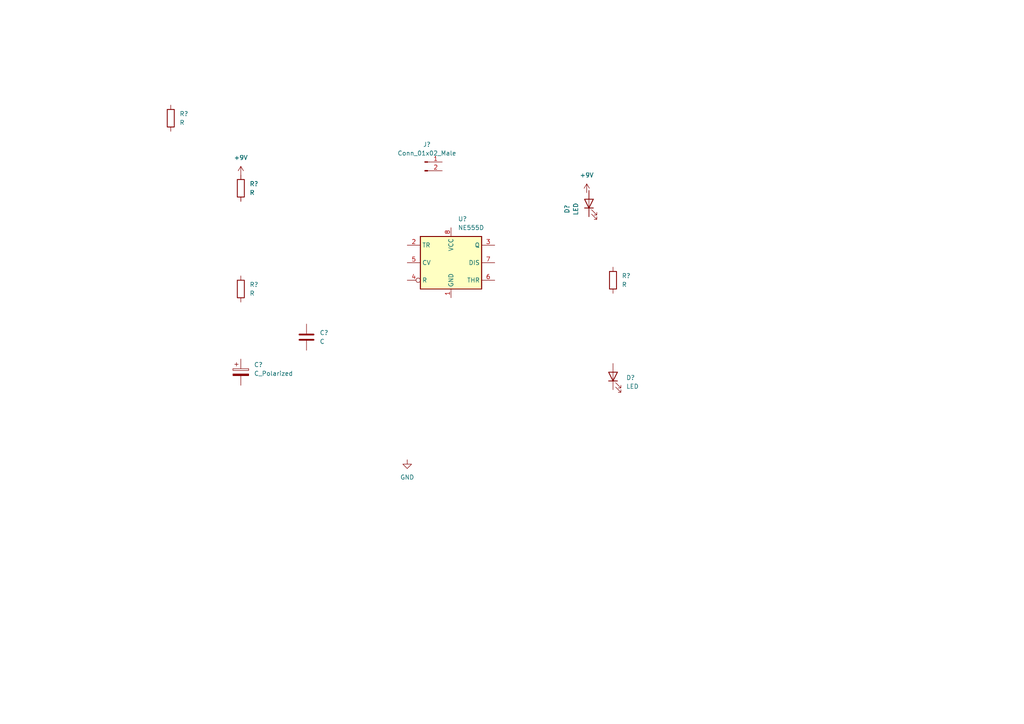
<source format=kicad_sch>
(kicad_sch (version 20211123) (generator eeschema)
  (paper "A4")
  (lib_symbols
    (symbol "Connector:Conn_01x02_Male" (pin_names (offset 1.016) hide)
      (property "Reference" "J" (at 0 2.54 0))
      (property "Value" "Conn_01x02_Male" (at 0 -5.08 0))
      (symbol "Conn_01x02_Male_1_1"
        (polyline (pts (xy 1.27 -2.54) (xy 0.8636 -2.54)) (stroke (width 0.1524)))
        (polyline (pts (xy 1.27 0) (xy 0.8636 0)) (stroke (width 0.1524)))
        (rectangle (start 0.8636 -2.413) (end 0 -2.667) (stroke (width 0.1524)) (fill (type outline)))
        (rectangle (start 0.8636 0.127) (end 0 -0.127) (stroke (width 0.1524)) (fill (type outline)))
        (pin passive line (at 5.08 0 180) (length 3.81) (name "Pin_1") (number "1"))
        (pin passive line (at 5.08 -2.54 180) (length 3.81) (name "Pin_2") (number "2"))
      )
    )
    (symbol "Device:C" (pin_numbers hide) (pin_names (offset 0.254))
      (property "Reference" "C" (at 0.635 2.54 0))
      (property "Value" "C" (at 0.635 -2.54 0))
      (symbol "C_0_1"
        (polyline (pts (xy -2.032 -0.762) (xy 2.032 -0.762)) (stroke (width 0.508)))
        (polyline (pts (xy -2.032 0.762) (xy 2.032 0.762)) (stroke (width 0.508)))
      )
      (symbol "C_1_1"
        (pin passive line (at 0 3.81 270) (length 2.794) (name "~") (number "1"))
        (pin passive line (at 0 -3.81 90) (length 2.794) (name "~") (number "2"))
      )
    )
    (symbol "Device:C_Polarized" (pin_numbers hide) (pin_names (offset 0.254))
      (property "Reference" "C" (at 0.635 2.54 0))
      (property "Value" "C_Polarized" (at 0.635 -2.54 0))
      (symbol "C_Polarized_0_1"
        (rectangle (start -2.286 0.508) (end 2.286 1.016))
        (polyline (pts (xy -1.778 2.286) (xy -0.762 2.286)))
        (polyline (pts (xy -1.27 2.794) (xy -1.27 1.778)))
        (rectangle (start 2.286 -0.508) (end -2.286 -1.016) (fill (type outline)))
      )
      (symbol "C_Polarized_1_1"
        (pin passive line (at 0 3.81 270) (length 2.794) (name "~") (number "1"))
        (pin passive line (at 0 -3.81 90) (length 2.794) (name "~") (number "2"))
      )
    )
    (symbol "Device:LED" (pin_numbers hide) (pin_names (offset 1.016) hide)
      (property "Reference" "D" (at 0 2.54 0))
      (property "Value" "LED" (at 0 -2.54 0))
      (symbol "LED_0_1"
        (polyline (pts (xy -1.27 -1.27) (xy -1.27 1.27)) (stroke (width 0.254)))
        (polyline (pts (xy -1.27 0) (xy 1.27 0)))
        (polyline (pts (xy 1.27 -1.27) (xy 1.27 1.27) (xy -1.27 0) (xy 1.27 -1.27)) (stroke (width 0.254)))
        (polyline (pts (xy -3.048 -0.762) (xy -4.572 -2.286) (xy -3.81 -2.286) (xy -4.572 -2.286) (xy -4.572 -1.524)))
        (polyline (pts (xy -1.778 -0.762) (xy -3.302 -2.286) (xy -2.54 -2.286) (xy -3.302 -2.286) (xy -3.302 -1.524)))
      )
      (symbol "LED_1_1"
        (pin passive line (at -3.81 0 0) (length 2.54) (name "K") (number "1"))
        (pin passive line (at 3.81 0 180) (length 2.54) (name "A") (number "2"))
      )
    )
    (symbol "Device:R" (pin_numbers hide) (pin_names (offset 0))
      (property "Reference" "R" (at 2.032 0 90))
      (property "Value" "R" (at 0 0 90))
      (symbol "R_0_1"
        (rectangle (start -1.016 -2.54) (end 1.016 2.54) (stroke (width 0.254)))
      )
      (symbol "R_1_1"
        (pin passive line (at 0 3.81 270) (length 1.27) (name "~") (number "1"))
        (pin passive line (at 0 -3.81 90) (length 1.27) (name "~") (number "2"))
      )
    )
    (symbol "Timer:NE555D"
      (property "Reference" "U" (at -10.16 8.89 0))
      (property "Value" "NE555D" (at 2.54 8.89 0))
      (symbol "NE555D_0_0"
        (pin power_in line (at 0 -10.16 90) (length 2.54) (name "GND") (number "1"))
        (pin power_in line (at 0 10.16 270) (length 2.54) (name "VCC") (number "8"))
      )
      (symbol "NE555D_0_1"
        (rectangle (start -8.89 -7.62) (end 8.89 7.62) (stroke (width 0.254)) (fill (type background)))
        (rectangle (start -8.89 -7.62) (end 8.89 7.62) (stroke (width 0.254)) (fill (type background)))
      )
      (symbol "NE555D_1_1"
        (pin input line (at -12.7 5.08 0) (length 3.81) (name "TR") (number "2"))
        (pin output line (at 12.7 5.08 180) (length 3.81) (name "Q") (number "3"))
        (pin input inverted (at -12.7 -5.08 0) (length 3.81) (name "R") (number "4"))
        (pin input line (at -12.7 0 0) (length 3.81) (name "CV") (number "5"))
        (pin input line (at 12.7 -5.08 180) (length 3.81) (name "THR") (number "6"))
        (pin input line (at 12.7 0 180) (length 3.81) (name "DIS") (number "7"))
      )
    )
    (symbol "power:+9V" (power) (pin_names (offset 0))
      (property "Value" "+9V" (at 0 3.556 0))
      (symbol "+9V_0_1"
        (polyline (pts (xy -0.762 1.27) (xy 0 2.54)))
        (polyline (pts (xy 0 0) (xy 0 2.54)))
        (polyline (pts (xy 0 2.54) (xy 0.762 1.27)))
      )
      (symbol "+9V_1_1"
        (pin power_in line (at 0 0 90) (length 0) hide (name "+9V") (number "1"))
      )
    )
    (symbol "power:GND" (power) (pin_names (offset 0))
      (property "Value" "GND" (at 0 -3.81 0))
      (symbol "GND_0_1"
        (polyline (pts (xy 0 0) (xy 0 -1.27) (xy 1.27 -1.27) (xy 0 -2.54) (xy -1.27 -1.27) (xy 0 -1.27)))
      )
      (symbol "GND_1_1"
        (pin power_in line (at 0 0 270) (length 0) hide (name "GND") (number "1"))
      )
    )
  )
  (symbol (lib_id "Connector:Conn_01x02_Male") (at 123.19 46.99 0) (unit 1)
    (property "Reference" "J?" (at 123.825 41.91 0))
    (property "Value" "Conn_01x02_Male" (at 123.825 44.45 0))
  )
  (symbol (lib_id "Device:LED") (at 177.8 109.22 90) (unit 1)
    (property "Reference" "D?" (at 181.61 109.5374 90) (effects (justify right)))
    (property "Value" "LED" (at 181.61 112.0774 90) (effects (justify right)))
  )
  (symbol (lib_id "Device:LED") (at 170.815 59.055 90) (unit 1)
    (property "Reference" "D?" (at 164.465 60.6425 0))
    (property "Value" "LED" (at 167.005 60.6425 0))
  )
  (symbol (lib_id "power:+9V") (at 69.85 50.8 0) (unit 1)
    (property "Reference" "#PWR?" (effects hide))
    (property "Value" "+9V" (at 69.85 45.72 0))
  )
  (symbol (lib_id "Device:R") (at 177.8 81.28 0) (unit 1)
    (property "Reference" "R?" (at 180.34 80.0099 0) (effects (justify left)))
    (property "Value" "R" (at 180.34 82.5499 0) (effects (justify left)))
  )
  (symbol (lib_id "Device:R") (at 69.85 54.61 0) (unit 1)
    (property "Reference" "R?" (at 72.39 53.3399 0) (effects (justify left)))
    (property "Value" "R" (at 72.39 55.8799 0) (effects (justify left)))
  )
  (symbol (lib_id "power:GND") (at 118.11 133.35 0) (unit 1)
    (property "Reference" "#PWR?" (effects hide))
    (property "Value" "GND" (at 118.11 138.43 0))
  )
  (symbol (lib_id "Timer:NE555D") (at 130.81 76.2 0) (unit 1)
    (property "Reference" "U?" (at 132.8294 63.5 0) (effects (justify left)))
    (property "Value" "NE555D" (at 132.8294 66.04 0) (effects (justify left)))
    (property "Footprint" "Package_SO:SOIC-8_3.9x4.9mm_P1.27mm" (effects hide))
    (property "Datasheet" "http://www.ti.com/lit/ds/symlink/ne555.pdf" (effects hide))
  )
  (symbol (lib_id "Device:C_Polarized") (at 69.85 107.95 0) (unit 1)
    (property "Reference" "C?" (at 73.66 105.7909 0) (effects (justify left)))
    (property "Value" "C_Polarized" (at 73.66 108.3309 0) (effects (justify left)))
  )
  (symbol (lib_id "Device:R") (at 49.53 34.29 0) (unit 1)
    (property "Reference" "R?" (at 52.07 33.0199 0) (effects (justify left)))
    (property "Value" "R" (at 52.07 35.5599 0) (effects (justify left)))
  )
  (symbol (lib_id "power:+9V") (at 170.18 55.88 0) (unit 1)
    (property "Reference" "#PWR?" (effects hide))
    (property "Value" "+9V" (at 170.18 50.8 0))
  )
  (symbol (lib_id "Device:C") (at 88.9 97.79 0) (unit 1)
    (property "Reference" "C?" (at 92.71 96.5199 0) (effects (justify left)))
    (property "Value" "C" (at 92.71 99.0599 0) (effects (justify left)))
  )
  (symbol (lib_id "Device:R") (at 69.85 83.82 0) (unit 1)
    (property "Reference" "R?" (at 72.39 82.5499 0) (effects (justify left)))
    (property "Value" "R" (at 72.39 85.0899 0) (effects (justify left)))
  )
)
</source>
